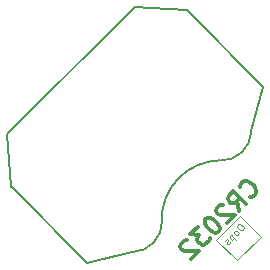
<source format=gbo>
G04 #@! TF.FileFunction,Legend,Bot*
%FSLAX46Y46*%
G04 Gerber Fmt 4.6, Leading zero omitted, Abs format (unit mm)*
G04 Created by KiCad (PCBNEW 4.0.7) date 01/30/18 20:10:09*
%MOMM*%
%LPD*%
G01*
G04 APERTURE LIST*
%ADD10C,0.100000*%
%ADD11C,0.300000*%
%ADD12C,0.150000*%
G04 APERTURE END LIST*
D10*
X215570000Y-102000000D02*
X217320000Y-103750000D01*
X217570000Y-100000000D02*
X215570000Y-102000000D01*
X219320000Y-101750000D02*
X217570000Y-100000000D01*
X217320000Y-103750000D02*
X219320000Y-101750000D01*
X217433654Y-100671676D02*
X217352842Y-100752488D01*
X217332639Y-100813097D01*
X217332639Y-100893909D01*
X217393248Y-100994925D01*
X217534670Y-101136346D01*
X217635685Y-101196955D01*
X217716497Y-101196955D01*
X217777106Y-101176752D01*
X217857918Y-101095940D01*
X217878121Y-101035330D01*
X217878121Y-100954518D01*
X217817512Y-100853504D01*
X217676091Y-100712082D01*
X217575076Y-100651473D01*
X217494263Y-100651473D01*
X217433654Y-100671676D01*
X217433655Y-101520203D02*
X217453857Y-101459595D01*
X217453858Y-101419188D01*
X217433654Y-101358579D01*
X217312436Y-101237361D01*
X217251827Y-101217157D01*
X217211421Y-101217158D01*
X217150812Y-101237361D01*
X217090203Y-101297970D01*
X217069999Y-101358579D01*
X217069999Y-101398985D01*
X217090203Y-101459594D01*
X217211421Y-101580812D01*
X217272030Y-101601016D01*
X217312436Y-101601016D01*
X217373045Y-101580813D01*
X217433655Y-101520203D01*
X216827563Y-101560610D02*
X217251828Y-101984874D01*
X216847766Y-101580812D02*
X216787157Y-101601016D01*
X216706345Y-101681828D01*
X216686141Y-101742437D01*
X216686141Y-101782843D01*
X216706345Y-101843452D01*
X216827563Y-101964670D01*
X216888172Y-101984874D01*
X216928578Y-101984874D01*
X216989188Y-101964671D01*
X217070000Y-101883859D01*
X217090203Y-101823249D01*
X216726548Y-102186904D02*
X216706345Y-102247514D01*
X216625533Y-102328325D01*
X216564924Y-102348528D01*
X216504314Y-102328325D01*
X216484111Y-102308123D01*
X216463908Y-102247513D01*
X216484112Y-102186904D01*
X216544721Y-102126295D01*
X216564924Y-102065685D01*
X216544720Y-102005076D01*
X216524517Y-101984874D01*
X216463908Y-101964670D01*
X216403299Y-101984874D01*
X216342690Y-102045483D01*
X216322487Y-102106092D01*
D11*
X218421142Y-98406472D02*
X218522158Y-98406472D01*
X218724188Y-98305456D01*
X218825203Y-98204441D01*
X218926218Y-98002412D01*
X218926219Y-97800381D01*
X218875711Y-97648858D01*
X218724188Y-97396319D01*
X218572666Y-97244797D01*
X218320127Y-97093274D01*
X218168604Y-97042766D01*
X217966573Y-97042767D01*
X217764543Y-97143781D01*
X217663528Y-97244796D01*
X217562513Y-97446827D01*
X217562513Y-97547843D01*
X217461497Y-99568148D02*
X217309974Y-98709518D01*
X218067588Y-98962056D02*
X217006928Y-97901396D01*
X216602868Y-98305456D01*
X216552360Y-98456980D01*
X216552360Y-98557995D01*
X216602868Y-98709518D01*
X216754390Y-98861041D01*
X216905914Y-98911549D01*
X217006928Y-98911549D01*
X217158452Y-98861041D01*
X217562513Y-98456980D01*
X216097792Y-99012564D02*
X215996776Y-99012564D01*
X215845253Y-99063071D01*
X215592715Y-99315609D01*
X215542207Y-99467132D01*
X215542207Y-99568148D01*
X215592715Y-99719671D01*
X215693731Y-99820686D01*
X215895761Y-99921702D01*
X217107943Y-99921701D01*
X216451345Y-100578300D01*
X214734086Y-100174238D02*
X214633070Y-100275254D01*
X214582563Y-100426777D01*
X214582563Y-100527793D01*
X214633070Y-100679316D01*
X214784593Y-100931853D01*
X215037132Y-101184391D01*
X215289669Y-101335914D01*
X215441192Y-101386422D01*
X215542208Y-101386422D01*
X215693731Y-101335914D01*
X215794746Y-101234899D01*
X215845254Y-101083376D01*
X215845254Y-100982360D01*
X215794746Y-100830838D01*
X215643223Y-100578300D01*
X215390685Y-100325762D01*
X215138147Y-100174239D01*
X214986624Y-100123731D01*
X214885609Y-100123731D01*
X214734086Y-100174238D01*
X214026979Y-100881345D02*
X213370380Y-101537944D01*
X214127995Y-101588452D01*
X213976472Y-101739975D01*
X213925964Y-101891498D01*
X213925964Y-101992513D01*
X213976472Y-102144036D01*
X214229010Y-102396574D01*
X214380532Y-102447082D01*
X214481548Y-102447082D01*
X214633070Y-102396574D01*
X214936117Y-102093528D01*
X214986624Y-101942005D01*
X214986624Y-101840990D01*
X213067335Y-102043021D02*
X212966319Y-102043021D01*
X212814796Y-102093528D01*
X212562258Y-102346066D01*
X212511751Y-102497589D01*
X212511751Y-102598605D01*
X212562259Y-102750127D01*
X212663274Y-102851142D01*
X212865304Y-102952158D01*
X214077487Y-102952158D01*
X213420888Y-103608757D01*
D12*
X218518677Y-92800987D02*
X219506505Y-89029280D01*
X208460790Y-103038479D02*
X204599280Y-103936505D01*
X218536637Y-92783027D02*
G75*
G02X215842560Y-95297498I-2604274J89803D01*
G01*
X210966281Y-100353383D02*
G75*
G02X208451809Y-103047459I-2604274J-89802D01*
G01*
X210930361Y-100389304D02*
G75*
G02X215869501Y-95270558I5028943J89803D01*
G01*
X197864088Y-93070395D02*
X198178396Y-97515622D01*
X213040720Y-82563495D02*
X208550592Y-82294088D01*
X208640395Y-82294088D02*
X197864088Y-93070395D01*
X219506505Y-89029280D02*
X213040720Y-82563495D01*
X204599280Y-103936505D02*
X198133495Y-97470720D01*
M02*

</source>
